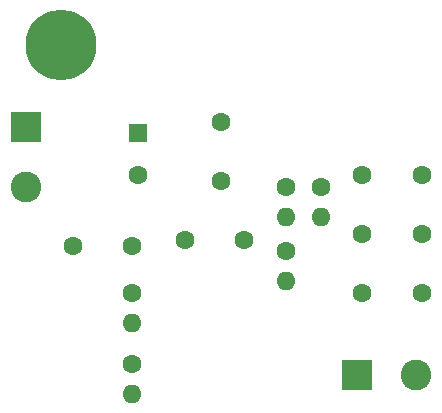
<source format=gts>
G04 Layer: TopSolderMaskLayer*
G04 EasyEDA Pro v2.2.27.1, 2024-09-15 10:59:50*
G04 Gerber Generator version 0.3*
G04 Scale: 100 percent, Rotated: No, Reflected: No*
G04 Dimensions in millimeters*
G04 Leading zeros omitted, absolute positions, 3 integers and 5 decimals*
%TF.GenerationSoftware,KiCad,Pcbnew,8.0.5*%
%TF.CreationDate,2024-10-31T21:46:15+08:00*%
%TF.ProjectId,B626_VIN3.7V_VOUT16.5V_IO0.9A,42363236-5f56-4494-9e33-2e37565f564f,rev?*%
%TF.SameCoordinates,Original*%
%TF.FileFunction,Soldermask,Top*%
%TF.FilePolarity,Negative*%
%FSLAX46Y46*%
G04 Gerber Fmt 4.6, Leading zero omitted, Abs format (unit mm)*
G04 Created by KiCad (PCBNEW 8.0.5) date 2024-10-31 21:46:15*
%MOMM*%
%LPD*%
G01*
G04 APERTURE LIST*
%ADD10R,2.600000X2.600000*%
%ADD11C,2.600000*%
%ADD12R,1.600000X1.600000*%
%ADD13C,1.600000*%
%ADD14O,1.600000X1.600000*%
%ADD15C,6.000000*%
G04 APERTURE END LIST*
D10*
%TO.C,H2*%
X102000000Y-112000000D03*
D11*
X102000000Y-117000000D03*
%TD*%
D12*
%TO.C,C1*%
X111500000Y-112500000D03*
D13*
X111500000Y-116000000D03*
%TD*%
D10*
%TO.C,H5*%
X130040000Y-132920000D03*
D11*
X135040000Y-132920000D03*
%TD*%
D13*
%TO.C,R3*%
X127000000Y-117000000D03*
D14*
X127000000Y-119540000D03*
%TD*%
D13*
%TO.C,C6*%
X115500000Y-121500000D03*
X120500000Y-121500000D03*
%TD*%
%TO.C,C5*%
X111000000Y-122000000D03*
X106000000Y-122000000D03*
%TD*%
%TO.C,C2*%
X118500000Y-111500000D03*
X118500000Y-116500000D03*
%TD*%
%TO.C,C7*%
X135500000Y-116000000D03*
X130500000Y-116000000D03*
%TD*%
%TO.C,C8*%
X135500000Y-121000000D03*
X130500000Y-121000000D03*
%TD*%
%TO.C,R1*%
X124000000Y-122500000D03*
D14*
X124000000Y-125040000D03*
%TD*%
D13*
%TO.C,C12*%
X135500000Y-126000000D03*
X130500000Y-126000000D03*
%TD*%
D15*
%TO.C,H1*%
X105000000Y-105000000D03*
%TD*%
D13*
%TO.C,R4*%
X111000000Y-126000000D03*
D14*
X111000000Y-128540000D03*
%TD*%
D13*
%TO.C,R2*%
X124000000Y-117000000D03*
D14*
X124000000Y-119540000D03*
%TD*%
D13*
%TO.C,R5*%
X111000000Y-132000000D03*
D14*
X111000000Y-134540000D03*
%TD*%
M02*

</source>
